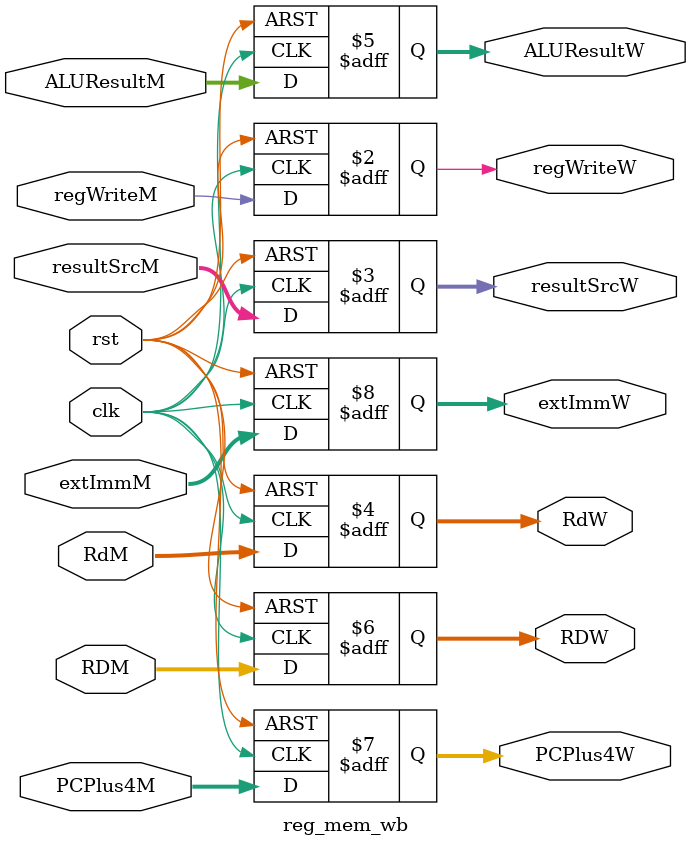
<source format=v>
module reg_mem_wb(clk, rst, regWriteM, resultSrcM,ALUResultM, RDM, RdM, PCPlus4M,
                extImmM, extImmW, regWriteW, resultSrcW,ALUResultW, RDW, RdW, PCPlus4W);
    
    input clk, rst, regWriteM;
    input [1:0] resultSrcM;
    input [4:0] RdM;
    input [31:0] ALUResultM, RDM, PCPlus4M, extImmM;

    output reg regWriteW;
    output reg [1:0] resultSrcW;
    output reg [4:0] RdW;
    output reg [31:0] ALUResultW, RDW, PCPlus4W, extImmW;

    always @(posedge clk or posedge rst) begin
        
        if (rst) begin
            regWriteW  <= 32'b0;
            ALUResultW <= 32'b0;
            PCPlus4W   <= 32'b0;
            RDW        <= 32'b0;
            RdW        <= 5'b0;
            resultSrcW <= 2'b0;
            extImmW    <= 32'b0;
        end 
        
        else begin
            regWriteW  <= regWriteM; 
            ALUResultW <= ALUResultM;
            PCPlus4W   <= PCPlus4M;
            RDW        <= RDM;
            RdW        <= RdM;
            resultSrcW <= resultSrcM;
            extImmW    <= extImmM;
        end
        
    end

endmodule


</source>
